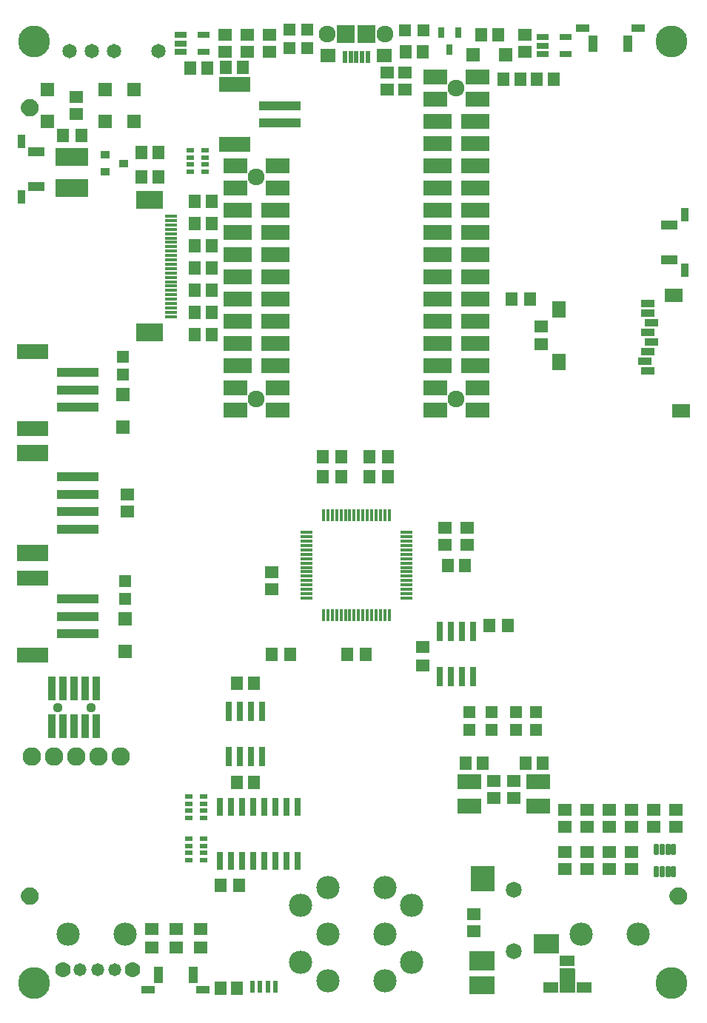
<source format=gbr>
G04 EAGLE Gerber RS-274X export*
G75*
%MOMM*%
%FSLAX34Y34*%
%LPD*%
%INSoldermask Bottom*%
%IPPOS*%
%AMOC8*
5,1,8,0,0,1.08239X$1,22.5*%
G01*
%ADD10R,1.377000X0.402000*%
%ADD11R,3.127000X2.127000*%
%ADD12R,2.027000X1.527000*%
%ADD13R,1.527000X1.927000*%
%ADD14R,1.627000X0.827000*%
%ADD15R,1.367000X1.627000*%
%ADD16R,4.727000X1.127000*%
%ADD17R,3.527000X1.827000*%
%ADD18R,1.627000X1.367000*%
%ADD19R,3.527000X1.727000*%
%ADD20R,1.427000X1.327000*%
%ADD21R,1.527000X1.527000*%
%ADD22R,1.327000X1.627000*%
%ADD23R,1.027000X0.927000*%
%ADD24C,1.777000*%
%ADD25C,1.477000*%
%ADD26R,1.905000X1.027000*%
%ADD27R,0.927000X1.577000*%
%ADD28R,1.627000X1.327000*%
%ADD29C,1.651000*%
%ADD30C,3.643000*%
%ADD31C,1.127000*%
%ADD32C,0.500000*%
%ADD33C,2.127000*%
%ADD34R,0.887000X2.727000*%
%ADD35R,1.327000X0.427000*%
%ADD36R,0.427000X1.327000*%
%ADD37R,0.527000X1.477000*%
%ADD38R,1.727000X1.527000*%
%ADD39R,2.027000X2.027000*%
%ADD40C,1.927000*%
%ADD41R,1.327000X0.677000*%
%ADD42R,0.762000X1.143000*%
%ADD43R,0.727000X2.327000*%
%ADD44R,1.627000X1.427000*%
%ADD45R,2.827000X1.727000*%
%ADD46R,0.787400X2.159000*%
%ADD47R,2.927000X2.127000*%
%ADD48R,2.727000X2.927000*%
%ADD49R,2.927000X2.327000*%
%ADD50C,1.827000*%
%ADD51R,1.427000X1.627000*%
%ADD52R,1.327000X1.327000*%
%ADD53R,2.667000X1.651000*%
%ADD54R,3.175000X1.651000*%
%ADD55R,0.965200X0.584200*%
%ADD56C,0.364200*%
%ADD57R,1.727200X1.295400*%
%ADD58R,0.330200X0.762000*%
%ADD59C,2.667000*%
%ADD60R,0.627000X1.377000*%
%ADD61R,3.827000X2.127000*%
%ADD62R,1.027000X1.905000*%
%ADD63R,1.577000X0.927000*%

G36*
X637658Y11446D02*
X637658Y11446D01*
X637777Y11453D01*
X637815Y11466D01*
X637856Y11471D01*
X637966Y11514D01*
X638079Y11551D01*
X638114Y11573D01*
X638151Y11588D01*
X638247Y11658D01*
X638348Y11721D01*
X638376Y11751D01*
X638409Y11774D01*
X638485Y11866D01*
X638566Y11953D01*
X638586Y11988D01*
X638611Y12019D01*
X638662Y12127D01*
X638720Y12231D01*
X638730Y12271D01*
X638747Y12307D01*
X638769Y12424D01*
X638799Y12539D01*
X638803Y12600D01*
X638807Y12620D01*
X638805Y12640D01*
X638809Y12700D01*
X638809Y38100D01*
X638794Y38218D01*
X638787Y38337D01*
X638774Y38375D01*
X638769Y38416D01*
X638726Y38526D01*
X638689Y38639D01*
X638667Y38674D01*
X638652Y38711D01*
X638583Y38807D01*
X638519Y38908D01*
X638489Y38936D01*
X638466Y38969D01*
X638374Y39045D01*
X638287Y39126D01*
X638252Y39146D01*
X638221Y39171D01*
X638113Y39222D01*
X638009Y39280D01*
X637969Y39290D01*
X637933Y39307D01*
X637816Y39329D01*
X637701Y39359D01*
X637641Y39363D01*
X637621Y39367D01*
X637600Y39365D01*
X637540Y39369D01*
X622300Y39369D01*
X622182Y39354D01*
X622063Y39347D01*
X622025Y39334D01*
X621984Y39329D01*
X621874Y39286D01*
X621761Y39249D01*
X621726Y39227D01*
X621689Y39212D01*
X621593Y39143D01*
X621492Y39079D01*
X621464Y39049D01*
X621431Y39026D01*
X621356Y38934D01*
X621274Y38847D01*
X621254Y38812D01*
X621229Y38781D01*
X621178Y38673D01*
X621120Y38569D01*
X621110Y38529D01*
X621093Y38493D01*
X621071Y38376D01*
X621041Y38261D01*
X621037Y38201D01*
X621033Y38181D01*
X621034Y38169D01*
X621033Y38166D01*
X621034Y38153D01*
X621031Y38100D01*
X621031Y12700D01*
X621046Y12582D01*
X621053Y12463D01*
X621066Y12425D01*
X621071Y12384D01*
X621114Y12274D01*
X621151Y12161D01*
X621173Y12126D01*
X621188Y12089D01*
X621258Y11993D01*
X621321Y11892D01*
X621351Y11864D01*
X621374Y11831D01*
X621466Y11756D01*
X621553Y11674D01*
X621588Y11654D01*
X621619Y11629D01*
X621727Y11578D01*
X621831Y11520D01*
X621871Y11510D01*
X621907Y11493D01*
X622024Y11471D01*
X622139Y11441D01*
X622200Y11437D01*
X622220Y11433D01*
X622240Y11435D01*
X622300Y11431D01*
X637540Y11431D01*
X637658Y11446D01*
G37*
D10*
X176532Y899634D03*
X176532Y894634D03*
X176532Y889634D03*
X176532Y884634D03*
X176532Y879634D03*
X176532Y874634D03*
X176532Y869634D03*
X176532Y864634D03*
X176532Y859634D03*
X176532Y854634D03*
X176532Y849634D03*
X176532Y844634D03*
X176532Y839634D03*
X176532Y834634D03*
X176532Y829634D03*
X176532Y824634D03*
X176532Y819634D03*
X176532Y814634D03*
X176532Y809634D03*
X176532Y804634D03*
X176532Y799634D03*
X176532Y794634D03*
X176532Y789634D03*
X176532Y784634D03*
D11*
X151932Y918134D03*
X151932Y767034D03*
D12*
X751350Y808800D03*
X760350Y676800D03*
D13*
X620350Y792800D03*
X620350Y732800D03*
D14*
X722350Y799800D03*
X722350Y788800D03*
X726350Y777800D03*
X722350Y766800D03*
X726350Y755800D03*
X722350Y744800D03*
X718350Y733800D03*
X722350Y722800D03*
D15*
X222860Y789940D03*
X203860Y789940D03*
X222860Y815340D03*
X203860Y815340D03*
X222860Y764540D03*
X203860Y764540D03*
X222860Y840740D03*
X203860Y840740D03*
X222860Y866140D03*
X203860Y866140D03*
X222860Y891540D03*
X203860Y891540D03*
X222860Y916940D03*
X203860Y916940D03*
D16*
X70020Y601500D03*
X70020Y581500D03*
D17*
X18020Y628500D03*
X18020Y514500D03*
D16*
X70020Y561500D03*
X70020Y541500D03*
D18*
X127000Y562000D03*
X127000Y581000D03*
D16*
X70180Y461960D03*
X70180Y441960D03*
D19*
X18180Y485960D03*
X18180Y397960D03*
D16*
X70180Y421960D03*
D20*
X124460Y482600D03*
X124460Y462280D03*
D21*
X124460Y438870D03*
X124460Y401870D03*
D15*
X142900Y944880D03*
X161900Y944880D03*
X142900Y972820D03*
X161900Y972820D03*
D21*
X134620Y1044660D03*
X134620Y1007660D03*
X101600Y1044660D03*
X101600Y1007660D03*
D18*
X68580Y1016660D03*
X68580Y1035660D03*
D21*
X35560Y1044660D03*
X35560Y1007660D03*
D22*
X74000Y991870D03*
X53000Y991870D03*
D23*
X101760Y950620D03*
X101760Y969620D03*
X122760Y960120D03*
D24*
X132710Y38100D03*
X52710Y38100D03*
D25*
X112710Y38100D03*
X92710Y38100D03*
X72710Y38100D03*
D26*
X22956Y933400D03*
X22956Y973400D03*
D27*
X5416Y921900D03*
X5416Y984900D03*
D16*
X70180Y721040D03*
X70180Y701040D03*
D19*
X18180Y745040D03*
X18180Y657040D03*
D16*
X70180Y681040D03*
D20*
X121920Y739140D03*
X121920Y718820D03*
D21*
X121920Y695410D03*
X121920Y658410D03*
D28*
X599694Y752770D03*
X599694Y773770D03*
D22*
X233340Y134620D03*
X254340Y134620D03*
D15*
X252120Y252222D03*
X271120Y252222D03*
D26*
X746664Y889558D03*
X746664Y849558D03*
D27*
X764204Y901058D03*
X764204Y838058D03*
D29*
X111760Y1088390D03*
X86360Y1088390D03*
X60960Y1088390D03*
D30*
X20320Y22860D03*
X749300Y22860D03*
D31*
X756920Y121920D03*
D32*
X764420Y121920D02*
X764418Y122101D01*
X764411Y122282D01*
X764400Y122463D01*
X764385Y122644D01*
X764365Y122824D01*
X764341Y123004D01*
X764313Y123183D01*
X764280Y123361D01*
X764243Y123538D01*
X764202Y123715D01*
X764157Y123890D01*
X764107Y124065D01*
X764053Y124238D01*
X763995Y124409D01*
X763933Y124580D01*
X763866Y124748D01*
X763796Y124915D01*
X763722Y125081D01*
X763643Y125244D01*
X763561Y125405D01*
X763475Y125565D01*
X763385Y125722D01*
X763291Y125877D01*
X763194Y126030D01*
X763092Y126180D01*
X762988Y126328D01*
X762879Y126474D01*
X762768Y126616D01*
X762652Y126756D01*
X762534Y126893D01*
X762412Y127028D01*
X762287Y127159D01*
X762159Y127287D01*
X762028Y127412D01*
X761893Y127534D01*
X761756Y127652D01*
X761616Y127768D01*
X761474Y127879D01*
X761328Y127988D01*
X761180Y128092D01*
X761030Y128194D01*
X760877Y128291D01*
X760722Y128385D01*
X760565Y128475D01*
X760405Y128561D01*
X760244Y128643D01*
X760081Y128722D01*
X759915Y128796D01*
X759748Y128866D01*
X759580Y128933D01*
X759409Y128995D01*
X759238Y129053D01*
X759065Y129107D01*
X758890Y129157D01*
X758715Y129202D01*
X758538Y129243D01*
X758361Y129280D01*
X758183Y129313D01*
X758004Y129341D01*
X757824Y129365D01*
X757644Y129385D01*
X757463Y129400D01*
X757282Y129411D01*
X757101Y129418D01*
X756920Y129420D01*
X756739Y129418D01*
X756558Y129411D01*
X756377Y129400D01*
X756196Y129385D01*
X756016Y129365D01*
X755836Y129341D01*
X755657Y129313D01*
X755479Y129280D01*
X755302Y129243D01*
X755125Y129202D01*
X754950Y129157D01*
X754775Y129107D01*
X754602Y129053D01*
X754431Y128995D01*
X754260Y128933D01*
X754092Y128866D01*
X753925Y128796D01*
X753759Y128722D01*
X753596Y128643D01*
X753435Y128561D01*
X753275Y128475D01*
X753118Y128385D01*
X752963Y128291D01*
X752810Y128194D01*
X752660Y128092D01*
X752512Y127988D01*
X752366Y127879D01*
X752224Y127768D01*
X752084Y127652D01*
X751947Y127534D01*
X751812Y127412D01*
X751681Y127287D01*
X751553Y127159D01*
X751428Y127028D01*
X751306Y126893D01*
X751188Y126756D01*
X751072Y126616D01*
X750961Y126474D01*
X750852Y126328D01*
X750748Y126180D01*
X750646Y126030D01*
X750549Y125877D01*
X750455Y125722D01*
X750365Y125565D01*
X750279Y125405D01*
X750197Y125244D01*
X750118Y125081D01*
X750044Y124915D01*
X749974Y124748D01*
X749907Y124580D01*
X749845Y124409D01*
X749787Y124238D01*
X749733Y124065D01*
X749683Y123890D01*
X749638Y123715D01*
X749597Y123538D01*
X749560Y123361D01*
X749527Y123183D01*
X749499Y123004D01*
X749475Y122824D01*
X749455Y122644D01*
X749440Y122463D01*
X749429Y122282D01*
X749422Y122101D01*
X749420Y121920D01*
X749422Y121739D01*
X749429Y121558D01*
X749440Y121377D01*
X749455Y121196D01*
X749475Y121016D01*
X749499Y120836D01*
X749527Y120657D01*
X749560Y120479D01*
X749597Y120302D01*
X749638Y120125D01*
X749683Y119950D01*
X749733Y119775D01*
X749787Y119602D01*
X749845Y119431D01*
X749907Y119260D01*
X749974Y119092D01*
X750044Y118925D01*
X750118Y118759D01*
X750197Y118596D01*
X750279Y118435D01*
X750365Y118275D01*
X750455Y118118D01*
X750549Y117963D01*
X750646Y117810D01*
X750748Y117660D01*
X750852Y117512D01*
X750961Y117366D01*
X751072Y117224D01*
X751188Y117084D01*
X751306Y116947D01*
X751428Y116812D01*
X751553Y116681D01*
X751681Y116553D01*
X751812Y116428D01*
X751947Y116306D01*
X752084Y116188D01*
X752224Y116072D01*
X752366Y115961D01*
X752512Y115852D01*
X752660Y115748D01*
X752810Y115646D01*
X752963Y115549D01*
X753118Y115455D01*
X753275Y115365D01*
X753435Y115279D01*
X753596Y115197D01*
X753759Y115118D01*
X753925Y115044D01*
X754092Y114974D01*
X754260Y114907D01*
X754431Y114845D01*
X754602Y114787D01*
X754775Y114733D01*
X754950Y114683D01*
X755125Y114638D01*
X755302Y114597D01*
X755479Y114560D01*
X755657Y114527D01*
X755836Y114499D01*
X756016Y114475D01*
X756196Y114455D01*
X756377Y114440D01*
X756558Y114429D01*
X756739Y114422D01*
X756920Y114420D01*
X757101Y114422D01*
X757282Y114429D01*
X757463Y114440D01*
X757644Y114455D01*
X757824Y114475D01*
X758004Y114499D01*
X758183Y114527D01*
X758361Y114560D01*
X758538Y114597D01*
X758715Y114638D01*
X758890Y114683D01*
X759065Y114733D01*
X759238Y114787D01*
X759409Y114845D01*
X759580Y114907D01*
X759748Y114974D01*
X759915Y115044D01*
X760081Y115118D01*
X760244Y115197D01*
X760405Y115279D01*
X760565Y115365D01*
X760722Y115455D01*
X760877Y115549D01*
X761030Y115646D01*
X761180Y115748D01*
X761328Y115852D01*
X761474Y115961D01*
X761616Y116072D01*
X761756Y116188D01*
X761893Y116306D01*
X762028Y116428D01*
X762159Y116553D01*
X762287Y116681D01*
X762412Y116812D01*
X762534Y116947D01*
X762652Y117084D01*
X762768Y117224D01*
X762879Y117366D01*
X762988Y117512D01*
X763092Y117660D01*
X763194Y117810D01*
X763291Y117963D01*
X763385Y118118D01*
X763475Y118275D01*
X763561Y118435D01*
X763643Y118596D01*
X763722Y118759D01*
X763796Y118925D01*
X763866Y119092D01*
X763933Y119260D01*
X763995Y119431D01*
X764053Y119602D01*
X764107Y119775D01*
X764157Y119950D01*
X764202Y120125D01*
X764243Y120302D01*
X764280Y120479D01*
X764313Y120657D01*
X764341Y120836D01*
X764365Y121016D01*
X764385Y121196D01*
X764400Y121377D01*
X764411Y121558D01*
X764418Y121739D01*
X764420Y121920D01*
D31*
X15240Y1023620D03*
D32*
X22740Y1023620D02*
X22738Y1023801D01*
X22731Y1023982D01*
X22720Y1024163D01*
X22705Y1024344D01*
X22685Y1024524D01*
X22661Y1024704D01*
X22633Y1024883D01*
X22600Y1025061D01*
X22563Y1025238D01*
X22522Y1025415D01*
X22477Y1025590D01*
X22427Y1025765D01*
X22373Y1025938D01*
X22315Y1026109D01*
X22253Y1026280D01*
X22186Y1026448D01*
X22116Y1026615D01*
X22042Y1026781D01*
X21963Y1026944D01*
X21881Y1027105D01*
X21795Y1027265D01*
X21705Y1027422D01*
X21611Y1027577D01*
X21514Y1027730D01*
X21412Y1027880D01*
X21308Y1028028D01*
X21199Y1028174D01*
X21088Y1028316D01*
X20972Y1028456D01*
X20854Y1028593D01*
X20732Y1028728D01*
X20607Y1028859D01*
X20479Y1028987D01*
X20348Y1029112D01*
X20213Y1029234D01*
X20076Y1029352D01*
X19936Y1029468D01*
X19794Y1029579D01*
X19648Y1029688D01*
X19500Y1029792D01*
X19350Y1029894D01*
X19197Y1029991D01*
X19042Y1030085D01*
X18885Y1030175D01*
X18725Y1030261D01*
X18564Y1030343D01*
X18401Y1030422D01*
X18235Y1030496D01*
X18068Y1030566D01*
X17900Y1030633D01*
X17729Y1030695D01*
X17558Y1030753D01*
X17385Y1030807D01*
X17210Y1030857D01*
X17035Y1030902D01*
X16858Y1030943D01*
X16681Y1030980D01*
X16503Y1031013D01*
X16324Y1031041D01*
X16144Y1031065D01*
X15964Y1031085D01*
X15783Y1031100D01*
X15602Y1031111D01*
X15421Y1031118D01*
X15240Y1031120D01*
X15059Y1031118D01*
X14878Y1031111D01*
X14697Y1031100D01*
X14516Y1031085D01*
X14336Y1031065D01*
X14156Y1031041D01*
X13977Y1031013D01*
X13799Y1030980D01*
X13622Y1030943D01*
X13445Y1030902D01*
X13270Y1030857D01*
X13095Y1030807D01*
X12922Y1030753D01*
X12751Y1030695D01*
X12580Y1030633D01*
X12412Y1030566D01*
X12245Y1030496D01*
X12079Y1030422D01*
X11916Y1030343D01*
X11755Y1030261D01*
X11595Y1030175D01*
X11438Y1030085D01*
X11283Y1029991D01*
X11130Y1029894D01*
X10980Y1029792D01*
X10832Y1029688D01*
X10686Y1029579D01*
X10544Y1029468D01*
X10404Y1029352D01*
X10267Y1029234D01*
X10132Y1029112D01*
X10001Y1028987D01*
X9873Y1028859D01*
X9748Y1028728D01*
X9626Y1028593D01*
X9508Y1028456D01*
X9392Y1028316D01*
X9281Y1028174D01*
X9172Y1028028D01*
X9068Y1027880D01*
X8966Y1027730D01*
X8869Y1027577D01*
X8775Y1027422D01*
X8685Y1027265D01*
X8599Y1027105D01*
X8517Y1026944D01*
X8438Y1026781D01*
X8364Y1026615D01*
X8294Y1026448D01*
X8227Y1026280D01*
X8165Y1026109D01*
X8107Y1025938D01*
X8053Y1025765D01*
X8003Y1025590D01*
X7958Y1025415D01*
X7917Y1025238D01*
X7880Y1025061D01*
X7847Y1024883D01*
X7819Y1024704D01*
X7795Y1024524D01*
X7775Y1024344D01*
X7760Y1024163D01*
X7749Y1023982D01*
X7742Y1023801D01*
X7740Y1023620D01*
X7742Y1023439D01*
X7749Y1023258D01*
X7760Y1023077D01*
X7775Y1022896D01*
X7795Y1022716D01*
X7819Y1022536D01*
X7847Y1022357D01*
X7880Y1022179D01*
X7917Y1022002D01*
X7958Y1021825D01*
X8003Y1021650D01*
X8053Y1021475D01*
X8107Y1021302D01*
X8165Y1021131D01*
X8227Y1020960D01*
X8294Y1020792D01*
X8364Y1020625D01*
X8438Y1020459D01*
X8517Y1020296D01*
X8599Y1020135D01*
X8685Y1019975D01*
X8775Y1019818D01*
X8869Y1019663D01*
X8966Y1019510D01*
X9068Y1019360D01*
X9172Y1019212D01*
X9281Y1019066D01*
X9392Y1018924D01*
X9508Y1018784D01*
X9626Y1018647D01*
X9748Y1018512D01*
X9873Y1018381D01*
X10001Y1018253D01*
X10132Y1018128D01*
X10267Y1018006D01*
X10404Y1017888D01*
X10544Y1017772D01*
X10686Y1017661D01*
X10832Y1017552D01*
X10980Y1017448D01*
X11130Y1017346D01*
X11283Y1017249D01*
X11438Y1017155D01*
X11595Y1017065D01*
X11755Y1016979D01*
X11916Y1016897D01*
X12079Y1016818D01*
X12245Y1016744D01*
X12412Y1016674D01*
X12580Y1016607D01*
X12751Y1016545D01*
X12922Y1016487D01*
X13095Y1016433D01*
X13270Y1016383D01*
X13445Y1016338D01*
X13622Y1016297D01*
X13799Y1016260D01*
X13977Y1016227D01*
X14156Y1016199D01*
X14336Y1016175D01*
X14516Y1016155D01*
X14697Y1016140D01*
X14878Y1016129D01*
X15059Y1016122D01*
X15240Y1016120D01*
X15421Y1016122D01*
X15602Y1016129D01*
X15783Y1016140D01*
X15964Y1016155D01*
X16144Y1016175D01*
X16324Y1016199D01*
X16503Y1016227D01*
X16681Y1016260D01*
X16858Y1016297D01*
X17035Y1016338D01*
X17210Y1016383D01*
X17385Y1016433D01*
X17558Y1016487D01*
X17729Y1016545D01*
X17900Y1016607D01*
X18068Y1016674D01*
X18235Y1016744D01*
X18401Y1016818D01*
X18564Y1016897D01*
X18725Y1016979D01*
X18885Y1017065D01*
X19042Y1017155D01*
X19197Y1017249D01*
X19350Y1017346D01*
X19500Y1017448D01*
X19648Y1017552D01*
X19794Y1017661D01*
X19936Y1017772D01*
X20076Y1017888D01*
X20213Y1018006D01*
X20348Y1018128D01*
X20479Y1018253D01*
X20607Y1018381D01*
X20732Y1018512D01*
X20854Y1018647D01*
X20972Y1018784D01*
X21088Y1018924D01*
X21199Y1019066D01*
X21308Y1019212D01*
X21412Y1019360D01*
X21514Y1019510D01*
X21611Y1019663D01*
X21705Y1019818D01*
X21795Y1019975D01*
X21881Y1020135D01*
X21963Y1020296D01*
X22042Y1020459D01*
X22116Y1020625D01*
X22186Y1020792D01*
X22253Y1020960D01*
X22315Y1021131D01*
X22373Y1021302D01*
X22427Y1021475D01*
X22477Y1021650D01*
X22522Y1021825D01*
X22563Y1022002D01*
X22600Y1022179D01*
X22633Y1022357D01*
X22661Y1022536D01*
X22685Y1022716D01*
X22705Y1022896D01*
X22720Y1023077D01*
X22731Y1023258D01*
X22738Y1023439D01*
X22740Y1023620D01*
D30*
X20320Y1099820D03*
X749300Y1099820D03*
D29*
X162560Y1088390D03*
D33*
X93980Y281940D03*
X17780Y281940D03*
X119380Y281940D03*
D34*
X40640Y316320D03*
X53340Y316320D03*
X66040Y316320D03*
X78740Y316320D03*
X91440Y316320D03*
X40640Y359320D03*
X53340Y359320D03*
X66040Y359320D03*
X78740Y359320D03*
X91440Y359320D03*
D31*
X46990Y337820D03*
X85090Y337820D03*
D22*
X291760Y398780D03*
X312760Y398780D03*
X371180Y624840D03*
X350180Y624840D03*
X371180Y601980D03*
X350180Y601980D03*
D35*
X445620Y537880D03*
X445620Y532880D03*
X445620Y527880D03*
X445620Y522880D03*
X445620Y517880D03*
X445620Y512880D03*
X445620Y507880D03*
X445620Y502880D03*
X445620Y497880D03*
X445620Y492880D03*
X445620Y487880D03*
X445620Y482880D03*
X445620Y477880D03*
X445620Y472880D03*
X445620Y467880D03*
X445620Y462880D03*
D36*
X426120Y443380D03*
X421120Y443380D03*
X416120Y443380D03*
X411120Y443380D03*
X406120Y443380D03*
X401120Y443380D03*
X396120Y443380D03*
X391120Y443380D03*
X386120Y443380D03*
X381120Y443380D03*
X376120Y443380D03*
X371120Y443380D03*
X366120Y443380D03*
X361120Y443380D03*
X356120Y443380D03*
X351120Y443380D03*
D35*
X331620Y462880D03*
X331620Y467880D03*
X331620Y472880D03*
X331620Y477880D03*
X331620Y482880D03*
X331620Y487880D03*
X331620Y492880D03*
X331620Y497880D03*
X331620Y502880D03*
X331620Y507880D03*
X331620Y512880D03*
X331620Y517880D03*
X331620Y522880D03*
X331620Y527880D03*
X331620Y532880D03*
X331620Y537880D03*
D36*
X351120Y557380D03*
X356120Y557380D03*
X361120Y557380D03*
X366120Y557380D03*
X371120Y557380D03*
X376120Y557380D03*
X381120Y557380D03*
X386120Y557380D03*
X391120Y557380D03*
X396120Y557380D03*
X401120Y557380D03*
X406120Y557380D03*
X411120Y557380D03*
X416120Y557380D03*
X421120Y557380D03*
X426120Y557380D03*
D37*
X375620Y1081325D03*
X382120Y1081325D03*
X388620Y1081325D03*
X395120Y1081325D03*
X401620Y1081325D03*
D38*
X356620Y1083575D03*
X420620Y1083575D03*
D39*
X400620Y1108075D03*
X376620Y1108075D03*
D40*
X421640Y1108075D03*
X355600Y1108075D03*
D18*
X581660Y1087780D03*
X581660Y1106780D03*
D15*
X575920Y1056640D03*
X556920Y1056640D03*
X595020Y1056640D03*
X614020Y1056640D03*
D41*
X601679Y1085240D03*
X601679Y1094740D03*
X601679Y1104240D03*
X627681Y1104240D03*
X627681Y1085240D03*
D16*
X301160Y1026000D03*
X301160Y1006000D03*
D19*
X249160Y1050000D03*
X249160Y982000D03*
D22*
X403520Y624840D03*
X424520Y624840D03*
X403520Y601980D03*
X424520Y601980D03*
D18*
X292100Y473100D03*
X292100Y492100D03*
D21*
X559520Y1084580D03*
X522520Y1084580D03*
D42*
X495300Y1089820D03*
X504800Y1109820D03*
X485800Y1109820D03*
D15*
X550520Y1107440D03*
X531520Y1107440D03*
D41*
X187659Y1087780D03*
X187659Y1097280D03*
X187659Y1106780D03*
X213661Y1106780D03*
X213661Y1087780D03*
D15*
X258420Y1069594D03*
X239420Y1069594D03*
D18*
X289560Y1087780D03*
X289560Y1106780D03*
X238760Y1087780D03*
X238760Y1106780D03*
X264160Y1087780D03*
X264160Y1106780D03*
D43*
X255270Y333340D03*
X255270Y281340D03*
X242570Y333340D03*
X267970Y333340D03*
X280670Y333340D03*
X242570Y281340D03*
X267970Y281340D03*
X280670Y281340D03*
D15*
X271120Y365760D03*
X252120Y365760D03*
X445160Y1087882D03*
X464160Y1087882D03*
D44*
X523240Y81940D03*
X523240Y100940D03*
D45*
X596900Y252760D03*
X596900Y224760D03*
X518160Y252760D03*
X518160Y224760D03*
D18*
X546100Y234340D03*
X546100Y253340D03*
D15*
X532740Y274320D03*
X513740Y274320D03*
X582320Y274320D03*
X601320Y274320D03*
D18*
X568960Y234340D03*
X568960Y253340D03*
D46*
X232410Y223774D03*
X232410Y162306D03*
X245110Y223774D03*
X257810Y223774D03*
X245110Y162306D03*
X257810Y162306D03*
X270510Y223774D03*
X270510Y162306D03*
X283210Y223774D03*
X283210Y162306D03*
X295910Y223774D03*
X308610Y223774D03*
X295910Y162306D03*
X308610Y162306D03*
X321310Y223774D03*
X321310Y162306D03*
D47*
X531960Y19940D03*
D48*
X532960Y141940D03*
D49*
X605960Y66940D03*
X531960Y47940D03*
D50*
X568960Y58940D03*
X568960Y128940D03*
D31*
X15240Y121920D03*
D32*
X22740Y121920D02*
X22738Y122101D01*
X22731Y122282D01*
X22720Y122463D01*
X22705Y122644D01*
X22685Y122824D01*
X22661Y123004D01*
X22633Y123183D01*
X22600Y123361D01*
X22563Y123538D01*
X22522Y123715D01*
X22477Y123890D01*
X22427Y124065D01*
X22373Y124238D01*
X22315Y124409D01*
X22253Y124580D01*
X22186Y124748D01*
X22116Y124915D01*
X22042Y125081D01*
X21963Y125244D01*
X21881Y125405D01*
X21795Y125565D01*
X21705Y125722D01*
X21611Y125877D01*
X21514Y126030D01*
X21412Y126180D01*
X21308Y126328D01*
X21199Y126474D01*
X21088Y126616D01*
X20972Y126756D01*
X20854Y126893D01*
X20732Y127028D01*
X20607Y127159D01*
X20479Y127287D01*
X20348Y127412D01*
X20213Y127534D01*
X20076Y127652D01*
X19936Y127768D01*
X19794Y127879D01*
X19648Y127988D01*
X19500Y128092D01*
X19350Y128194D01*
X19197Y128291D01*
X19042Y128385D01*
X18885Y128475D01*
X18725Y128561D01*
X18564Y128643D01*
X18401Y128722D01*
X18235Y128796D01*
X18068Y128866D01*
X17900Y128933D01*
X17729Y128995D01*
X17558Y129053D01*
X17385Y129107D01*
X17210Y129157D01*
X17035Y129202D01*
X16858Y129243D01*
X16681Y129280D01*
X16503Y129313D01*
X16324Y129341D01*
X16144Y129365D01*
X15964Y129385D01*
X15783Y129400D01*
X15602Y129411D01*
X15421Y129418D01*
X15240Y129420D01*
X15059Y129418D01*
X14878Y129411D01*
X14697Y129400D01*
X14516Y129385D01*
X14336Y129365D01*
X14156Y129341D01*
X13977Y129313D01*
X13799Y129280D01*
X13622Y129243D01*
X13445Y129202D01*
X13270Y129157D01*
X13095Y129107D01*
X12922Y129053D01*
X12751Y128995D01*
X12580Y128933D01*
X12412Y128866D01*
X12245Y128796D01*
X12079Y128722D01*
X11916Y128643D01*
X11755Y128561D01*
X11595Y128475D01*
X11438Y128385D01*
X11283Y128291D01*
X11130Y128194D01*
X10980Y128092D01*
X10832Y127988D01*
X10686Y127879D01*
X10544Y127768D01*
X10404Y127652D01*
X10267Y127534D01*
X10132Y127412D01*
X10001Y127287D01*
X9873Y127159D01*
X9748Y127028D01*
X9626Y126893D01*
X9508Y126756D01*
X9392Y126616D01*
X9281Y126474D01*
X9172Y126328D01*
X9068Y126180D01*
X8966Y126030D01*
X8869Y125877D01*
X8775Y125722D01*
X8685Y125565D01*
X8599Y125405D01*
X8517Y125244D01*
X8438Y125081D01*
X8364Y124915D01*
X8294Y124748D01*
X8227Y124580D01*
X8165Y124409D01*
X8107Y124238D01*
X8053Y124065D01*
X8003Y123890D01*
X7958Y123715D01*
X7917Y123538D01*
X7880Y123361D01*
X7847Y123183D01*
X7819Y123004D01*
X7795Y122824D01*
X7775Y122644D01*
X7760Y122463D01*
X7749Y122282D01*
X7742Y122101D01*
X7740Y121920D01*
X7742Y121739D01*
X7749Y121558D01*
X7760Y121377D01*
X7775Y121196D01*
X7795Y121016D01*
X7819Y120836D01*
X7847Y120657D01*
X7880Y120479D01*
X7917Y120302D01*
X7958Y120125D01*
X8003Y119950D01*
X8053Y119775D01*
X8107Y119602D01*
X8165Y119431D01*
X8227Y119260D01*
X8294Y119092D01*
X8364Y118925D01*
X8438Y118759D01*
X8517Y118596D01*
X8599Y118435D01*
X8685Y118275D01*
X8775Y118118D01*
X8869Y117963D01*
X8966Y117810D01*
X9068Y117660D01*
X9172Y117512D01*
X9281Y117366D01*
X9392Y117224D01*
X9508Y117084D01*
X9626Y116947D01*
X9748Y116812D01*
X9873Y116681D01*
X10001Y116553D01*
X10132Y116428D01*
X10267Y116306D01*
X10404Y116188D01*
X10544Y116072D01*
X10686Y115961D01*
X10832Y115852D01*
X10980Y115748D01*
X11130Y115646D01*
X11283Y115549D01*
X11438Y115455D01*
X11595Y115365D01*
X11755Y115279D01*
X11916Y115197D01*
X12079Y115118D01*
X12245Y115044D01*
X12412Y114974D01*
X12580Y114907D01*
X12751Y114845D01*
X12922Y114787D01*
X13095Y114733D01*
X13270Y114683D01*
X13445Y114638D01*
X13622Y114597D01*
X13799Y114560D01*
X13977Y114527D01*
X14156Y114499D01*
X14336Y114475D01*
X14516Y114455D01*
X14697Y114440D01*
X14878Y114429D01*
X15059Y114422D01*
X15240Y114420D01*
X15421Y114422D01*
X15602Y114429D01*
X15783Y114440D01*
X15964Y114455D01*
X16144Y114475D01*
X16324Y114499D01*
X16503Y114527D01*
X16681Y114560D01*
X16858Y114597D01*
X17035Y114638D01*
X17210Y114683D01*
X17385Y114733D01*
X17558Y114787D01*
X17729Y114845D01*
X17900Y114907D01*
X18068Y114974D01*
X18235Y115044D01*
X18401Y115118D01*
X18564Y115197D01*
X18725Y115279D01*
X18885Y115365D01*
X19042Y115455D01*
X19197Y115549D01*
X19350Y115646D01*
X19500Y115748D01*
X19648Y115852D01*
X19794Y115961D01*
X19936Y116072D01*
X20076Y116188D01*
X20213Y116306D01*
X20348Y116428D01*
X20479Y116553D01*
X20607Y116681D01*
X20732Y116812D01*
X20854Y116947D01*
X20972Y117084D01*
X21088Y117224D01*
X21199Y117366D01*
X21308Y117512D01*
X21412Y117660D01*
X21514Y117810D01*
X21611Y117963D01*
X21705Y118118D01*
X21795Y118275D01*
X21881Y118435D01*
X21963Y118596D01*
X22042Y118759D01*
X22116Y118925D01*
X22186Y119092D01*
X22253Y119260D01*
X22315Y119431D01*
X22373Y119602D01*
X22427Y119775D01*
X22477Y119950D01*
X22522Y120125D01*
X22563Y120302D01*
X22600Y120479D01*
X22633Y120657D01*
X22661Y120836D01*
X22685Y121016D01*
X22705Y121196D01*
X22720Y121377D01*
X22731Y121558D01*
X22738Y121739D01*
X22740Y121920D01*
D51*
X512420Y500380D03*
X493420Y500380D03*
D18*
X490220Y523900D03*
X490220Y542900D03*
X515620Y523900D03*
X515620Y542900D03*
D43*
X483870Y424780D03*
X496570Y424780D03*
X509270Y424780D03*
X521970Y424780D03*
X521970Y372780D03*
X509270Y372780D03*
X496570Y372780D03*
X483870Y372780D03*
D28*
X464820Y385740D03*
X464820Y406740D03*
D33*
X43180Y281940D03*
X68580Y281940D03*
D22*
X399120Y398780D03*
X378120Y398780D03*
D52*
X444160Y1112520D03*
X465160Y1112520D03*
X312420Y1112860D03*
X312420Y1091860D03*
D53*
X478790Y1059180D03*
X527050Y1059180D03*
X478790Y1033780D03*
X527050Y1033780D03*
D54*
X481330Y1008380D03*
X524510Y1008380D03*
X481330Y982980D03*
X524510Y982980D03*
X481330Y957580D03*
X524510Y957580D03*
X481330Y932180D03*
X524510Y932180D03*
X481330Y906780D03*
X524510Y906780D03*
X481330Y881380D03*
X524510Y881380D03*
X481330Y855980D03*
X524510Y855980D03*
X481330Y830580D03*
X524510Y830580D03*
X481330Y805180D03*
X524510Y805180D03*
X481330Y779780D03*
X524510Y779780D03*
X481330Y754380D03*
X524510Y754380D03*
X481330Y728980D03*
X524510Y728980D03*
D53*
X478790Y703580D03*
X527050Y703580D03*
X478790Y678180D03*
X527050Y678180D03*
X298450Y678180D03*
X250190Y678180D03*
X298450Y703580D03*
X250190Y703580D03*
D54*
X295910Y728980D03*
X252730Y728980D03*
X295910Y754380D03*
X252730Y754380D03*
X295910Y779780D03*
X252730Y779780D03*
X295910Y805180D03*
X252730Y805180D03*
X295910Y830580D03*
X252730Y830580D03*
X295910Y855980D03*
X252730Y855980D03*
X295910Y881380D03*
X252730Y881380D03*
X295910Y906780D03*
X252730Y906780D03*
D53*
X298450Y932180D03*
X250190Y932180D03*
X298450Y957580D03*
X250190Y957580D03*
D40*
X274320Y944880D03*
X274320Y690880D03*
X502920Y1046480D03*
X502920Y690880D03*
D18*
X703580Y201320D03*
X703580Y220320D03*
X627380Y220320D03*
X627380Y201320D03*
X678180Y220320D03*
X678180Y201320D03*
X652780Y220320D03*
X652780Y201320D03*
X703580Y153060D03*
X703580Y172060D03*
X678180Y172060D03*
X678180Y153060D03*
X627380Y153060D03*
X627380Y172060D03*
X754380Y220320D03*
X754380Y201320D03*
X728980Y220320D03*
X728980Y201320D03*
X652780Y172060D03*
X652780Y153060D03*
D55*
X214122Y235712D03*
X214122Y227584D03*
X214122Y219456D03*
X214122Y211328D03*
X197358Y211328D03*
X197358Y219456D03*
X197358Y227584D03*
X197358Y235712D03*
X214122Y187452D03*
X214122Y179324D03*
X214122Y171196D03*
X214122Y163068D03*
X197358Y163068D03*
X197358Y171196D03*
X197358Y179324D03*
X197358Y187452D03*
D28*
X210820Y84160D03*
X210820Y63160D03*
X154940Y84160D03*
X154940Y63160D03*
X182880Y63160D03*
X182880Y84160D03*
D55*
X215392Y974852D03*
X215392Y966724D03*
X215392Y958596D03*
X215392Y950468D03*
X198628Y950468D03*
X198628Y958596D03*
X198628Y966724D03*
X198628Y974852D03*
D56*
X730716Y179974D02*
X730716Y170246D01*
X730716Y179974D02*
X733144Y179974D01*
X733144Y170246D01*
X730716Y170246D01*
X730716Y173706D02*
X733144Y173706D01*
X733144Y177166D02*
X730716Y177166D01*
X737216Y179974D02*
X737216Y170246D01*
X737216Y179974D02*
X739644Y179974D01*
X739644Y170246D01*
X737216Y170246D01*
X737216Y173706D02*
X739644Y173706D01*
X739644Y177166D02*
X737216Y177166D01*
X743716Y179974D02*
X743716Y170246D01*
X743716Y179974D02*
X746144Y179974D01*
X746144Y170246D01*
X743716Y170246D01*
X743716Y173706D02*
X746144Y173706D01*
X746144Y177166D02*
X743716Y177166D01*
X750216Y179974D02*
X750216Y170246D01*
X750216Y179974D02*
X752644Y179974D01*
X752644Y170246D01*
X750216Y170246D01*
X750216Y173706D02*
X752644Y173706D01*
X752644Y177166D02*
X750216Y177166D01*
X752644Y154874D02*
X752644Y145146D01*
X750216Y145146D01*
X750216Y154874D01*
X752644Y154874D01*
X752644Y148606D02*
X750216Y148606D01*
X750216Y152066D02*
X752644Y152066D01*
X746144Y154874D02*
X746144Y145146D01*
X743716Y145146D01*
X743716Y154874D01*
X746144Y154874D01*
X746144Y148606D02*
X743716Y148606D01*
X743716Y152066D02*
X746144Y152066D01*
X739644Y154874D02*
X739644Y145146D01*
X737216Y145146D01*
X737216Y154874D01*
X739644Y154874D01*
X739644Y148606D02*
X737216Y148606D01*
X737216Y152066D02*
X739644Y152066D01*
X733144Y154874D02*
X733144Y145146D01*
X730716Y145146D01*
X730716Y154874D01*
X733144Y154874D01*
X733144Y148606D02*
X730716Y148606D01*
X730716Y152066D02*
X733144Y152066D01*
D57*
X629920Y33020D03*
X629920Y17780D03*
D58*
X629920Y25400D03*
D57*
X648970Y17780D03*
X610870Y17780D03*
X629920Y48260D03*
D52*
X332740Y1112860D03*
X332740Y1091860D03*
D15*
X198780Y1069340D03*
X217780Y1069340D03*
D59*
X325120Y46240D03*
X325120Y111240D03*
X421120Y25400D03*
X356120Y25400D03*
X421120Y132080D03*
X356120Y132080D03*
X452120Y111240D03*
X452120Y46240D03*
X421120Y78740D03*
X356120Y78740D03*
X58940Y78740D03*
X123940Y78740D03*
X710680Y78740D03*
X645680Y78740D03*
D18*
X424180Y1063600D03*
X424180Y1044600D03*
X444500Y1063600D03*
X444500Y1044600D03*
D60*
X270210Y18676D03*
X278710Y18676D03*
X287710Y18676D03*
X296210Y18676D03*
D15*
X252070Y16510D03*
X233070Y16510D03*
D61*
X63500Y931452D03*
X63500Y967452D03*
D22*
X566080Y805180D03*
X587080Y805180D03*
X561680Y431800D03*
X540680Y431800D03*
D62*
X659080Y1097184D03*
X699080Y1097184D03*
D63*
X647580Y1114724D03*
X710580Y1114724D03*
D62*
X201980Y32100D03*
X161980Y32100D03*
D63*
X213480Y14560D03*
X150480Y14560D03*
D20*
X594360Y312420D03*
X594360Y332740D03*
X571500Y332740D03*
X571500Y312420D03*
X518160Y312420D03*
X518160Y332740D03*
X543560Y332740D03*
X543560Y312420D03*
M02*

</source>
